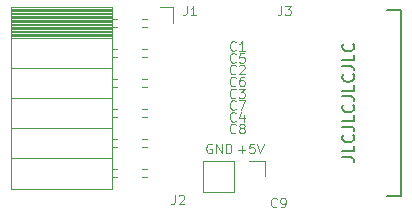
<source format=gbr>
G04 #@! TF.GenerationSoftware,KiCad,Pcbnew,5.0.2-bee76a0~70~ubuntu18.04.1*
G04 #@! TF.CreationDate,2020-06-27T14:22:49+01:00*
G04 #@! TF.ProjectId,picodvi_pmod,7069636f-6476-4695-9f70-6d6f642e6b69,rev?*
G04 #@! TF.SameCoordinates,Original*
G04 #@! TF.FileFunction,Legend,Top*
G04 #@! TF.FilePolarity,Positive*
%FSLAX46Y46*%
G04 Gerber Fmt 4.6, Leading zero omitted, Abs format (unit mm)*
G04 Created by KiCad (PCBNEW 5.0.2-bee76a0~70~ubuntu18.04.1) date Sat 27 Jun 2020 14:22:49 BST*
%MOMM*%
%LPD*%
G01*
G04 APERTURE LIST*
%ADD10C,0.120000*%
%ADD11C,0.150000*%
G04 APERTURE END LIST*
D10*
X138071428Y-80732142D02*
X138680952Y-80732142D01*
X138376190Y-81036904D02*
X138376190Y-80427380D01*
X139442857Y-80236904D02*
X139061904Y-80236904D01*
X139023809Y-80617857D01*
X139061904Y-80579761D01*
X139138095Y-80541666D01*
X139328571Y-80541666D01*
X139404761Y-80579761D01*
X139442857Y-80617857D01*
X139480952Y-80694047D01*
X139480952Y-80884523D01*
X139442857Y-80960714D01*
X139404761Y-80998809D01*
X139328571Y-81036904D01*
X139138095Y-81036904D01*
X139061904Y-80998809D01*
X139023809Y-80960714D01*
X139709523Y-80236904D02*
X139976190Y-81036904D01*
X140242857Y-80236904D01*
X135840476Y-80300000D02*
X135764285Y-80261904D01*
X135650000Y-80261904D01*
X135535714Y-80300000D01*
X135459523Y-80376190D01*
X135421428Y-80452380D01*
X135383333Y-80604761D01*
X135383333Y-80719047D01*
X135421428Y-80871428D01*
X135459523Y-80947619D01*
X135535714Y-81023809D01*
X135650000Y-81061904D01*
X135726190Y-81061904D01*
X135840476Y-81023809D01*
X135878571Y-80985714D01*
X135878571Y-80719047D01*
X135726190Y-80719047D01*
X136221428Y-81061904D02*
X136221428Y-80261904D01*
X136678571Y-81061904D01*
X136678571Y-80261904D01*
X137059523Y-81061904D02*
X137059523Y-80261904D01*
X137250000Y-80261904D01*
X137364285Y-80300000D01*
X137440476Y-80376190D01*
X137478571Y-80452380D01*
X137516666Y-80604761D01*
X137516666Y-80719047D01*
X137478571Y-80871428D01*
X137440476Y-80947619D01*
X137364285Y-81023809D01*
X137250000Y-81061904D01*
X137059523Y-81061904D01*
D11*
X146902380Y-81369047D02*
X147616666Y-81369047D01*
X147759523Y-81416666D01*
X147854761Y-81511904D01*
X147902380Y-81654761D01*
X147902380Y-81750000D01*
X147902380Y-80416666D02*
X147902380Y-80892857D01*
X146902380Y-80892857D01*
X147807142Y-79511904D02*
X147854761Y-79559523D01*
X147902380Y-79702380D01*
X147902380Y-79797619D01*
X147854761Y-79940476D01*
X147759523Y-80035714D01*
X147664285Y-80083333D01*
X147473809Y-80130952D01*
X147330952Y-80130952D01*
X147140476Y-80083333D01*
X147045238Y-80035714D01*
X146950000Y-79940476D01*
X146902380Y-79797619D01*
X146902380Y-79702380D01*
X146950000Y-79559523D01*
X146997619Y-79511904D01*
X146902380Y-78797619D02*
X147616666Y-78797619D01*
X147759523Y-78845238D01*
X147854761Y-78940476D01*
X147902380Y-79083333D01*
X147902380Y-79178571D01*
X147902380Y-77845238D02*
X147902380Y-78321428D01*
X146902380Y-78321428D01*
X147807142Y-76940476D02*
X147854761Y-76988095D01*
X147902380Y-77130952D01*
X147902380Y-77226190D01*
X147854761Y-77369047D01*
X147759523Y-77464285D01*
X147664285Y-77511904D01*
X147473809Y-77559523D01*
X147330952Y-77559523D01*
X147140476Y-77511904D01*
X147045238Y-77464285D01*
X146950000Y-77369047D01*
X146902380Y-77226190D01*
X146902380Y-77130952D01*
X146950000Y-76988095D01*
X146997619Y-76940476D01*
X146902380Y-76226190D02*
X147616666Y-76226190D01*
X147759523Y-76273809D01*
X147854761Y-76369047D01*
X147902380Y-76511904D01*
X147902380Y-76607142D01*
X147902380Y-75273809D02*
X147902380Y-75750000D01*
X146902380Y-75750000D01*
X147807142Y-74369047D02*
X147854761Y-74416666D01*
X147902380Y-74559523D01*
X147902380Y-74654761D01*
X147854761Y-74797619D01*
X147759523Y-74892857D01*
X147664285Y-74940476D01*
X147473809Y-74988095D01*
X147330952Y-74988095D01*
X147140476Y-74940476D01*
X147045238Y-74892857D01*
X146950000Y-74797619D01*
X146902380Y-74654761D01*
X146902380Y-74559523D01*
X146950000Y-74416666D01*
X146997619Y-74369047D01*
X146902380Y-73654761D02*
X147616666Y-73654761D01*
X147759523Y-73702380D01*
X147854761Y-73797619D01*
X147902380Y-73940476D01*
X147902380Y-74035714D01*
X147902380Y-72702380D02*
X147902380Y-73178571D01*
X146902380Y-73178571D01*
X147807142Y-71797619D02*
X147854761Y-71845238D01*
X147902380Y-71988095D01*
X147902380Y-72083333D01*
X147854761Y-72226190D01*
X147759523Y-72321428D01*
X147664285Y-72369047D01*
X147473809Y-72416666D01*
X147330952Y-72416666D01*
X147140476Y-72369047D01*
X147045238Y-72321428D01*
X146950000Y-72226190D01*
X146902380Y-72083333D01*
X146902380Y-71988095D01*
X146950000Y-71845238D01*
X146997619Y-71797619D01*
D10*
G04 #@! TO.C,J1*
X118815000Y-68790000D02*
X127445000Y-68790000D01*
X118815000Y-68908095D02*
X127445000Y-68908095D01*
X118815000Y-69026190D02*
X127445000Y-69026190D01*
X118815000Y-69144285D02*
X127445000Y-69144285D01*
X118815000Y-69262380D02*
X127445000Y-69262380D01*
X118815000Y-69380475D02*
X127445000Y-69380475D01*
X118815000Y-69498570D02*
X127445000Y-69498570D01*
X118815000Y-69616665D02*
X127445000Y-69616665D01*
X118815000Y-69734760D02*
X127445000Y-69734760D01*
X118815000Y-69852855D02*
X127445000Y-69852855D01*
X118815000Y-69970950D02*
X127445000Y-69970950D01*
X118815000Y-70089045D02*
X127445000Y-70089045D01*
X118815000Y-70207140D02*
X127445000Y-70207140D01*
X118815000Y-70325235D02*
X127445000Y-70325235D01*
X118815000Y-70443330D02*
X127445000Y-70443330D01*
X118815000Y-70561425D02*
X127445000Y-70561425D01*
X118815000Y-70679520D02*
X127445000Y-70679520D01*
X118815000Y-70797615D02*
X127445000Y-70797615D01*
X118815000Y-70915710D02*
X127445000Y-70915710D01*
X118815000Y-71033805D02*
X127445000Y-71033805D01*
X118815000Y-71151900D02*
X127445000Y-71151900D01*
X127445000Y-69640000D02*
X127855000Y-69640000D01*
X129955000Y-69640000D02*
X130335000Y-69640000D01*
X127445000Y-70360000D02*
X127855000Y-70360000D01*
X129955000Y-70360000D02*
X130335000Y-70360000D01*
X127445000Y-72180000D02*
X127855000Y-72180000D01*
X129955000Y-72180000D02*
X130395000Y-72180000D01*
X127445000Y-72900000D02*
X127855000Y-72900000D01*
X129955000Y-72900000D02*
X130395000Y-72900000D01*
X127445000Y-74720000D02*
X127855000Y-74720000D01*
X129955000Y-74720000D02*
X130395000Y-74720000D01*
X127445000Y-75440000D02*
X127855000Y-75440000D01*
X129955000Y-75440000D02*
X130395000Y-75440000D01*
X127445000Y-77260000D02*
X127855000Y-77260000D01*
X129955000Y-77260000D02*
X130395000Y-77260000D01*
X127445000Y-77980000D02*
X127855000Y-77980000D01*
X129955000Y-77980000D02*
X130395000Y-77980000D01*
X127445000Y-79800000D02*
X127855000Y-79800000D01*
X129955000Y-79800000D02*
X130395000Y-79800000D01*
X127445000Y-80520000D02*
X127855000Y-80520000D01*
X129955000Y-80520000D02*
X130395000Y-80520000D01*
X127445000Y-82340000D02*
X127855000Y-82340000D01*
X129955000Y-82340000D02*
X130395000Y-82340000D01*
X127445000Y-83060000D02*
X127855000Y-83060000D01*
X129955000Y-83060000D02*
X130395000Y-83060000D01*
X118815000Y-71270000D02*
X127445000Y-71270000D01*
X118815000Y-73810000D02*
X127445000Y-73810000D01*
X118815000Y-76350000D02*
X127445000Y-76350000D01*
X118815000Y-78890000D02*
X127445000Y-78890000D01*
X118815000Y-81430000D02*
X127445000Y-81430000D01*
X118815000Y-68670000D02*
X127445000Y-68670000D01*
X127445000Y-68670000D02*
X127445000Y-84030000D01*
X118815000Y-84030000D02*
X127445000Y-84030000D01*
X118815000Y-68670000D02*
X118815000Y-84030000D01*
X132555000Y-68670000D02*
X132555000Y-70000000D01*
X131445000Y-68670000D02*
X132555000Y-68670000D01*
G04 #@! TO.C,J2*
X135130000Y-81670000D02*
X135130000Y-84330000D01*
X137730000Y-81670000D02*
X135130000Y-81670000D01*
X137730000Y-84330000D02*
X135130000Y-84330000D01*
X137730000Y-81670000D02*
X137730000Y-84330000D01*
X139000000Y-81670000D02*
X140330000Y-81670000D01*
X140330000Y-81670000D02*
X140330000Y-83000000D01*
D11*
G04 #@! TO.C,J3*
X151900000Y-68950000D02*
X151900000Y-84550000D01*
X151900000Y-84650000D02*
X150700000Y-84650000D01*
X151900000Y-68950000D02*
X150700000Y-68950000D01*
G04 #@! TO.C,C1*
D10*
X137866666Y-72285714D02*
X137828571Y-72323809D01*
X137714285Y-72361904D01*
X137638095Y-72361904D01*
X137523809Y-72323809D01*
X137447619Y-72247619D01*
X137409523Y-72171428D01*
X137371428Y-72019047D01*
X137371428Y-71904761D01*
X137409523Y-71752380D01*
X137447619Y-71676190D01*
X137523809Y-71600000D01*
X137638095Y-71561904D01*
X137714285Y-71561904D01*
X137828571Y-71600000D01*
X137866666Y-71638095D01*
X138628571Y-72361904D02*
X138171428Y-72361904D01*
X138400000Y-72361904D02*
X138400000Y-71561904D01*
X138323809Y-71676190D01*
X138247619Y-71752380D01*
X138171428Y-71790476D01*
G04 #@! TO.C,C2*
X137866666Y-74285714D02*
X137828571Y-74323809D01*
X137714285Y-74361904D01*
X137638095Y-74361904D01*
X137523809Y-74323809D01*
X137447619Y-74247619D01*
X137409523Y-74171428D01*
X137371428Y-74019047D01*
X137371428Y-73904761D01*
X137409523Y-73752380D01*
X137447619Y-73676190D01*
X137523809Y-73600000D01*
X137638095Y-73561904D01*
X137714285Y-73561904D01*
X137828571Y-73600000D01*
X137866666Y-73638095D01*
X138171428Y-73638095D02*
X138209523Y-73600000D01*
X138285714Y-73561904D01*
X138476190Y-73561904D01*
X138552380Y-73600000D01*
X138590476Y-73638095D01*
X138628571Y-73714285D01*
X138628571Y-73790476D01*
X138590476Y-73904761D01*
X138133333Y-74361904D01*
X138628571Y-74361904D01*
G04 #@! TO.C,C3*
X137866666Y-76285714D02*
X137828571Y-76323809D01*
X137714285Y-76361904D01*
X137638095Y-76361904D01*
X137523809Y-76323809D01*
X137447619Y-76247619D01*
X137409523Y-76171428D01*
X137371428Y-76019047D01*
X137371428Y-75904761D01*
X137409523Y-75752380D01*
X137447619Y-75676190D01*
X137523809Y-75600000D01*
X137638095Y-75561904D01*
X137714285Y-75561904D01*
X137828571Y-75600000D01*
X137866666Y-75638095D01*
X138133333Y-75561904D02*
X138628571Y-75561904D01*
X138361904Y-75866666D01*
X138476190Y-75866666D01*
X138552380Y-75904761D01*
X138590476Y-75942857D01*
X138628571Y-76019047D01*
X138628571Y-76209523D01*
X138590476Y-76285714D01*
X138552380Y-76323809D01*
X138476190Y-76361904D01*
X138247619Y-76361904D01*
X138171428Y-76323809D01*
X138133333Y-76285714D01*
G04 #@! TO.C,C4*
X137866666Y-78285714D02*
X137828571Y-78323809D01*
X137714285Y-78361904D01*
X137638095Y-78361904D01*
X137523809Y-78323809D01*
X137447619Y-78247619D01*
X137409523Y-78171428D01*
X137371428Y-78019047D01*
X137371428Y-77904761D01*
X137409523Y-77752380D01*
X137447619Y-77676190D01*
X137523809Y-77600000D01*
X137638095Y-77561904D01*
X137714285Y-77561904D01*
X137828571Y-77600000D01*
X137866666Y-77638095D01*
X138552380Y-77828571D02*
X138552380Y-78361904D01*
X138361904Y-77523809D02*
X138171428Y-78095238D01*
X138666666Y-78095238D01*
G04 #@! TO.C,C5*
X137866666Y-73285714D02*
X137828571Y-73323809D01*
X137714285Y-73361904D01*
X137638095Y-73361904D01*
X137523809Y-73323809D01*
X137447619Y-73247619D01*
X137409523Y-73171428D01*
X137371428Y-73019047D01*
X137371428Y-72904761D01*
X137409523Y-72752380D01*
X137447619Y-72676190D01*
X137523809Y-72600000D01*
X137638095Y-72561904D01*
X137714285Y-72561904D01*
X137828571Y-72600000D01*
X137866666Y-72638095D01*
X138590476Y-72561904D02*
X138209523Y-72561904D01*
X138171428Y-72942857D01*
X138209523Y-72904761D01*
X138285714Y-72866666D01*
X138476190Y-72866666D01*
X138552380Y-72904761D01*
X138590476Y-72942857D01*
X138628571Y-73019047D01*
X138628571Y-73209523D01*
X138590476Y-73285714D01*
X138552380Y-73323809D01*
X138476190Y-73361904D01*
X138285714Y-73361904D01*
X138209523Y-73323809D01*
X138171428Y-73285714D01*
G04 #@! TO.C,C6*
X137866666Y-75285714D02*
X137828571Y-75323809D01*
X137714285Y-75361904D01*
X137638095Y-75361904D01*
X137523809Y-75323809D01*
X137447619Y-75247619D01*
X137409523Y-75171428D01*
X137371428Y-75019047D01*
X137371428Y-74904761D01*
X137409523Y-74752380D01*
X137447619Y-74676190D01*
X137523809Y-74600000D01*
X137638095Y-74561904D01*
X137714285Y-74561904D01*
X137828571Y-74600000D01*
X137866666Y-74638095D01*
X138552380Y-74561904D02*
X138400000Y-74561904D01*
X138323809Y-74600000D01*
X138285714Y-74638095D01*
X138209523Y-74752380D01*
X138171428Y-74904761D01*
X138171428Y-75209523D01*
X138209523Y-75285714D01*
X138247619Y-75323809D01*
X138323809Y-75361904D01*
X138476190Y-75361904D01*
X138552380Y-75323809D01*
X138590476Y-75285714D01*
X138628571Y-75209523D01*
X138628571Y-75019047D01*
X138590476Y-74942857D01*
X138552380Y-74904761D01*
X138476190Y-74866666D01*
X138323809Y-74866666D01*
X138247619Y-74904761D01*
X138209523Y-74942857D01*
X138171428Y-75019047D01*
G04 #@! TO.C,C7*
X137866666Y-77285714D02*
X137828571Y-77323809D01*
X137714285Y-77361904D01*
X137638095Y-77361904D01*
X137523809Y-77323809D01*
X137447619Y-77247619D01*
X137409523Y-77171428D01*
X137371428Y-77019047D01*
X137371428Y-76904761D01*
X137409523Y-76752380D01*
X137447619Y-76676190D01*
X137523809Y-76600000D01*
X137638095Y-76561904D01*
X137714285Y-76561904D01*
X137828571Y-76600000D01*
X137866666Y-76638095D01*
X138133333Y-76561904D02*
X138666666Y-76561904D01*
X138323809Y-77361904D01*
G04 #@! TO.C,C8*
X137866666Y-79285714D02*
X137828571Y-79323809D01*
X137714285Y-79361904D01*
X137638095Y-79361904D01*
X137523809Y-79323809D01*
X137447619Y-79247619D01*
X137409523Y-79171428D01*
X137371428Y-79019047D01*
X137371428Y-78904761D01*
X137409523Y-78752380D01*
X137447619Y-78676190D01*
X137523809Y-78600000D01*
X137638095Y-78561904D01*
X137714285Y-78561904D01*
X137828571Y-78600000D01*
X137866666Y-78638095D01*
X138323809Y-78904761D02*
X138247619Y-78866666D01*
X138209523Y-78828571D01*
X138171428Y-78752380D01*
X138171428Y-78714285D01*
X138209523Y-78638095D01*
X138247619Y-78600000D01*
X138323809Y-78561904D01*
X138476190Y-78561904D01*
X138552380Y-78600000D01*
X138590476Y-78638095D01*
X138628571Y-78714285D01*
X138628571Y-78752380D01*
X138590476Y-78828571D01*
X138552380Y-78866666D01*
X138476190Y-78904761D01*
X138323809Y-78904761D01*
X138247619Y-78942857D01*
X138209523Y-78980952D01*
X138171428Y-79057142D01*
X138171428Y-79209523D01*
X138209523Y-79285714D01*
X138247619Y-79323809D01*
X138323809Y-79361904D01*
X138476190Y-79361904D01*
X138552380Y-79323809D01*
X138590476Y-79285714D01*
X138628571Y-79209523D01*
X138628571Y-79057142D01*
X138590476Y-78980952D01*
X138552380Y-78942857D01*
X138476190Y-78904761D01*
G04 #@! TO.C,C9*
X141366666Y-85535714D02*
X141328571Y-85573809D01*
X141214285Y-85611904D01*
X141138095Y-85611904D01*
X141023809Y-85573809D01*
X140947619Y-85497619D01*
X140909523Y-85421428D01*
X140871428Y-85269047D01*
X140871428Y-85154761D01*
X140909523Y-85002380D01*
X140947619Y-84926190D01*
X141023809Y-84850000D01*
X141138095Y-84811904D01*
X141214285Y-84811904D01*
X141328571Y-84850000D01*
X141366666Y-84888095D01*
X141747619Y-85611904D02*
X141900000Y-85611904D01*
X141976190Y-85573809D01*
X142014285Y-85535714D01*
X142090476Y-85421428D01*
X142128571Y-85269047D01*
X142128571Y-84964285D01*
X142090476Y-84888095D01*
X142052380Y-84850000D01*
X141976190Y-84811904D01*
X141823809Y-84811904D01*
X141747619Y-84850000D01*
X141709523Y-84888095D01*
X141671428Y-84964285D01*
X141671428Y-85154761D01*
X141709523Y-85230952D01*
X141747619Y-85269047D01*
X141823809Y-85307142D01*
X141976190Y-85307142D01*
X142052380Y-85269047D01*
X142090476Y-85230952D01*
X142128571Y-85154761D01*
G04 #@! TO.C,J1*
X133733333Y-68561904D02*
X133733333Y-69133333D01*
X133695238Y-69247619D01*
X133619047Y-69323809D01*
X133504761Y-69361904D01*
X133428571Y-69361904D01*
X134533333Y-69361904D02*
X134076190Y-69361904D01*
X134304761Y-69361904D02*
X134304761Y-68561904D01*
X134228571Y-68676190D01*
X134152380Y-68752380D01*
X134076190Y-68790476D01*
G04 #@! TO.C,J2*
X132733333Y-84561904D02*
X132733333Y-85133333D01*
X132695238Y-85247619D01*
X132619047Y-85323809D01*
X132504761Y-85361904D01*
X132428571Y-85361904D01*
X133076190Y-84638095D02*
X133114285Y-84600000D01*
X133190476Y-84561904D01*
X133380952Y-84561904D01*
X133457142Y-84600000D01*
X133495238Y-84638095D01*
X133533333Y-84714285D01*
X133533333Y-84790476D01*
X133495238Y-84904761D01*
X133038095Y-85361904D01*
X133533333Y-85361904D01*
G04 #@! TO.C,J3*
X141733333Y-68561904D02*
X141733333Y-69133333D01*
X141695238Y-69247619D01*
X141619047Y-69323809D01*
X141504761Y-69361904D01*
X141428571Y-69361904D01*
X142038095Y-68561904D02*
X142533333Y-68561904D01*
X142266666Y-68866666D01*
X142380952Y-68866666D01*
X142457142Y-68904761D01*
X142495238Y-68942857D01*
X142533333Y-69019047D01*
X142533333Y-69209523D01*
X142495238Y-69285714D01*
X142457142Y-69323809D01*
X142380952Y-69361904D01*
X142152380Y-69361904D01*
X142076190Y-69323809D01*
X142038095Y-69285714D01*
G04 #@! TD*
M02*

</source>
